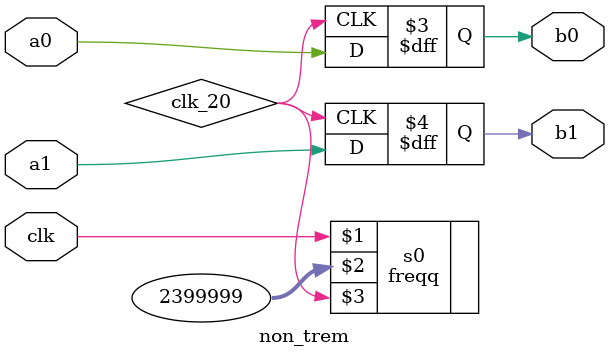
<source format=v>
module non_trem(a0, a1, b0, b1, clk);

input a0, a1, clk;
output reg b0, b1;
wire clk_20;

freqq s0(clk,2399999,clk_20);

always @ (posedge clk_20)
begin
	b0 <= a0;
   b1 <= a1;	
end

endmodule

</source>
